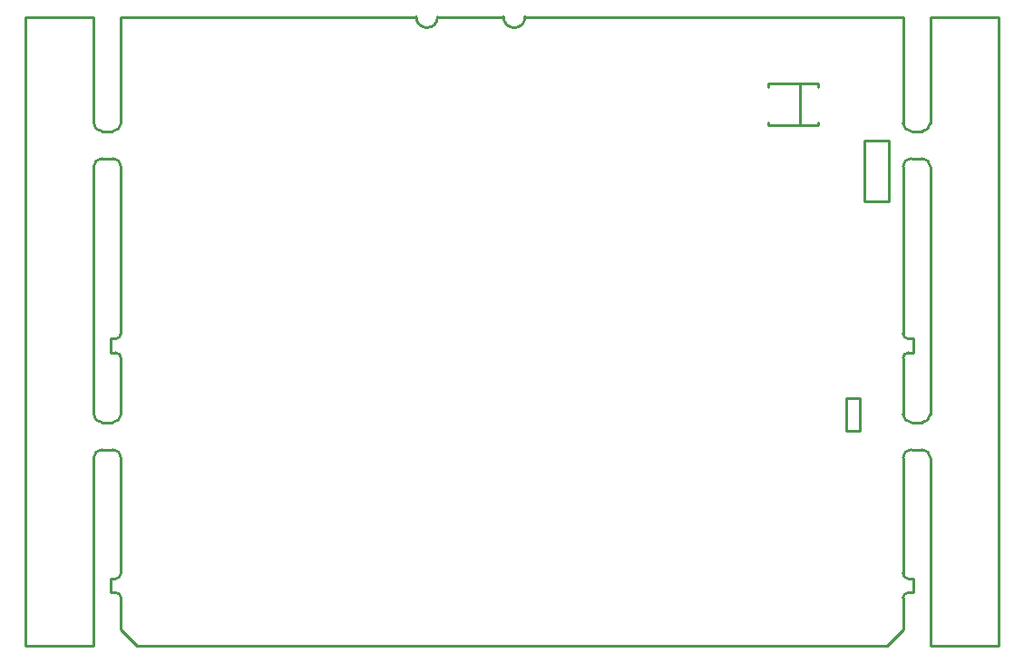
<source format=gbo>
*
*
G04 PADS 9.4.1 Build Number: 494907 generated Gerber (RS-274-X) file*
G04 PC Version=2.1*
*
%IN "P9771A_EasyEDA_Edit.pcb"*%
*
%MOIN*%
*
%FSDAX24Y24*%
*
*
*
*
G04 PC Standard Apertures*
*
*
G04 Thermal Relief Aperture macro.*
%AMTER*
1,1,$1,0,0*
1,0,$1-$2,0,0*
21,0,$3,$4,0,0,45*
21,0,$3,$4,0,0,135*
%
*
*
G04 Annular Aperture macro.*
%AMANN*
1,1,$1,0,0*
1,0,$2,0,0*
%
*
*
G04 Odd Aperture macro.*
%AMODD*
1,1,$1,0,0*
1,0,$1-0.005,0,0*
%
*
*
G04 PC Custom Aperture Macros*
*
*
*
*
*
*
G04 PC Aperture Table*
*
%ADD031C,0.01*%
%ADD051C,0.001*%
*
*
*
*
G04 PC Circuitry*
G04 Layer Name P9771A_EasyEDA_Edit.pcb - circuitry*
%LPD*%
*
*
G04 PC Custom Flashes*
G04 Layer Name P9771A_EasyEDA_Edit.pcb - flashes*
%LPD*%
*
*
G04 PC Circuitry*
G04 Layer Name P9771A_EasyEDA_Edit.pcb - circuitry*
%LPD*%
*
G54D31*
G01X038600Y026325D02*
X038600Y028575D01*
X037700Y028575*
X037700Y026325*
X038600Y026325*
X036030Y030540D02*
X036030Y030680D01*
X034170Y030680*
X034170Y030540*
X036030Y029250D02*
X036030Y029120D01*
X034170Y029120*
X034170Y029250*
X035350Y030680D02*
X035350Y029120D01*
X037050Y019100D02*
X037550Y019100D01*
X037550Y017900*
X037050Y017900*
X037050Y019100*
X006893Y010000D02*
X009393Y010000D01*
X009393Y010000D02*
X009393Y016915D01*
X009693Y017215D02*
G75*
G03X009393Y016915I000000J-000300D01*
G01X009693Y017215D02*
X010093Y017215D01*
X010393Y016915D02*
G03X010093Y017215I-000299J000000D01*
G01X010393Y016915D02*
X010393Y012666D01*
X010393Y012666D02*
X010393Y012666D01*
X010196Y012469D02*
G03X010393Y012666I000000J000197D01*
G01X010196Y012469D02*
X010000Y012469D01*
X010000Y011957*
X010000Y011957D02*
X010197Y011957D01*
X010394Y011761D02*
G03X010197Y011957I-000196J-000000D01*
G01X010394Y011761D02*
X010396Y010589D01*
X010986Y010000*
X010986Y010000D02*
X038543Y010000D01*
X039133Y010590*
X039133Y010590D02*
X039133Y011760D01*
X039330Y011957D02*
G03X039133Y011760I000000J-000196D01*
G01X039330Y011957D02*
X039527Y011957D01*
X039527Y011957D02*
X039527Y012469D01*
X039527Y012469D02*
X039330Y012469D01*
X039133Y012666D02*
G03X039330Y012469I000197J000000D01*
G01X039133Y012666D02*
X039133Y016915D01*
X039433Y017215D02*
G03X039133Y016915I000000J-000300D01*
G01X039433Y017215D02*
X039833Y017215D01*
X040133Y016915D02*
G03X039833Y017215I-000299J-000000D01*
G01X040133Y016915D02*
X040133Y010000D01*
X040133Y010000D02*
X042633Y010000D01*
X042633Y010000D02*
X042633Y033115D01*
X042633Y033115D02*
X040133Y033115D01*
X040133Y033115D02*
X040133Y029215D01*
X039833Y028915D02*
G03X040133Y029215I000000J000300D01*
G01X039833Y028915D02*
X039433Y028915D01*
X039133Y029215D02*
G03X039433Y028915I000300J000000D01*
G01X039133Y029215D02*
X039133Y033115D01*
X039133Y033115D02*
X025242Y033115D01*
X024454Y033115D02*
G03X025242Y033115I000394J000000D01*
G01X024454Y033115D02*
X022033Y033115D01*
X021246Y033115D02*
G03X022033Y033115I000393J000000D01*
G01X021246Y033115D02*
X010393Y033115D01*
X010393Y033115D02*
X010393Y029215D01*
X010093Y028915D02*
G03X010393Y029215I000000J000300D01*
G01X010093Y028915D02*
X009693Y028915D01*
X009393Y029215D02*
G03X009693Y028915I000300J000000D01*
G01X009393Y029215D02*
X009393Y033115D01*
X009393Y033115D02*
X006893Y033115D01*
X006893Y033115D02*
X006893Y010000D01*
X009693Y027915D02*
G03X009393Y027615I000000J-000300D01*
G01X009393Y027615D02*
X009393Y018515D01*
X009393Y018515D02*
G03X009693Y018215I000300J000000D01*
G01X009693Y018215D02*
X010093Y018215D01*
X010093Y018215D02*
G03X010393Y018515I000000J000300D01*
G01X010393Y018515D02*
X010393Y020579D01*
X010393Y020579D02*
G03X010196Y020776I-000196J000000D01*
G01X010196Y020776D02*
X010000Y020776D01*
X010000Y021288*
X010196Y021288*
X010196Y021288D02*
G03X010393Y021485I000000J000197D01*
G01X010393Y021485D02*
X010393Y021485D01*
X010393Y021485D02*
X010393Y027615D01*
X010393Y027615D02*
G03X010093Y027915I-000299J000000D01*
G01X010093Y027915D02*
X009693Y027915D01*
X040133Y027615D02*
G03X039833Y027915I-000299J-000000D01*
G01X040133Y027615D02*
X040133Y018515D01*
X039833Y018215D02*
G03X040133Y018515I000000J000300D01*
G01X039833Y018215D02*
X039433Y018215D01*
X039133Y018515D02*
G03X039433Y018215I000300J000000D01*
G01X039133Y018515D02*
X039133Y020579D01*
X039330Y020776D02*
G03X039133Y020579I000000J-000196D01*
G01X039330Y020776D02*
X039527Y020776D01*
X039527Y020776D02*
X039527Y021288D01*
X039527Y021288D02*
X039330Y021288D01*
X039133Y021485D02*
G03X039330Y021288I000197J000000D01*
G01X039133Y021485D02*
X039133Y027615D01*
X039433Y027915D02*
G03X039133Y027615I000000J-000300D01*
G01X039433Y027915D02*
X039833Y027915D01*
G54D51*
G74*
X000000Y000000D02*
M02*

</source>
